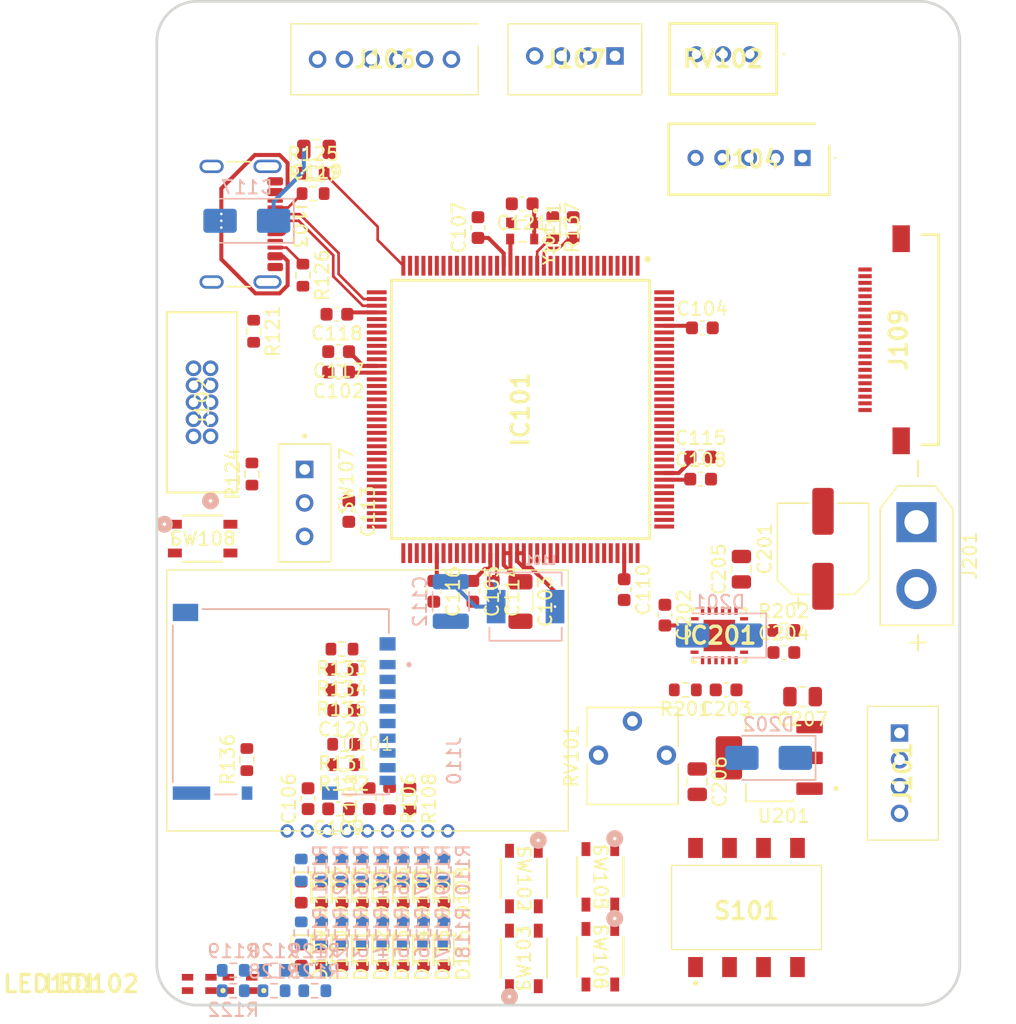
<source format=kicad_pcb>
(kicad_pcb (version 20221018) (generator pcbnew)
  (layers (0 "F.Cu" signal) (1 "In1.Cu" signal) (2 "In2.Cu" signal) (31 "B.Cu" signal) (34 "B.Paste" user) (35 "F.Paste" user) (36 "B.SilkS" user "B.Silkscreen") (37 "F.SilkS" user "F.Silkscreen") (38 "B.Mask" user) (39 "F.Mask" user) (44 "Edge.Cuts" user))
  (net 0 "")
  (net 1 "+3.3V")
  (net 2 "GND")
  (net 3 "/VCL_1")
  (net 4 "Net-(U101-VOUT)")
  (net 5 "Net-(U101-CAP1P)")
  (net 6 "Net-(U101-CAP1N)")
  (net 7 "+5V")
  (net 8 "+12V")
  (net 9 "Net-(IC201-BST)")
  (net 10 "Net-(IC201-SS)")
  (net 11 "Net-(IC201-VCC)")
  (net 12 "Net-(D101-K)")
  (net 13 "Net-(D102-K)")
  (net 14 "Net-(D103-K)")
  (net 15 "Net-(D104-K)")
  (net 16 "Net-(D105-K)")
  (net 17 "Net-(D106-K)")
  (net 18 "Net-(D107-K)")
  (net 19 "Net-(D108-K)")
  (net 20 "Net-(D109-K)")
  (net 21 "Net-(D110-K)")
  (net 22 "Net-(D111-K)")
  (net 23 "Net-(D112-K)")
  (net 24 "Net-(D113-K)")
  (net 25 "Net-(D114-K)")
  (net 26 "Net-(D115-K)")
  (net 27 "Net-(D116-K)")
  (net 28 "Net-(D117-A)")
  (net 29 "/P400_SCL")
  (net 30 "/P401_SDA")
  (net 31 "/P402_DIP1_1")
  (net 32 "/P403_DIP1_2")
  (net 33 "/P404_DIP1_4")
  (net 34 "/P405_DIP1_8")
  (net 36 "/P700_FLED1_R")
  (net 37 "/P701_FLED1_G")
  (net 38 "/P702_FLED1_B")
  (net 39 "/P703_FLED2_R")
  (net 40 "/P704_FLED2_G")
  (net 41 "/P705_FLED2_B")
  (net 42 "Net-(IC101-XCIN)")
  (net 45 "/EXTAL")
  (net 46 "/P713_LED0")
  (net 47 "/P712_LED1")
  (net 48 "/P711_LED2")
  (net 49 "/P710_LED3")
  (net 50 "/P709_LED4")
  (net 51 "/P708_LED5")
  (net 52 "/P415_ENC_B")
  (net 53 "/P414_ENC_A")
  (net 54 "/P413_LED6")
  (net 55 "/P412_LED7")
  (net 56 "/P411_LED8")
  (net 57 "/P410_LED9")
  (net 58 "/P409_LED10")
  (net 59 "/P408_LED11")
  (net 60 "/P407_USB_VBUS")
  (net 61 "/P815_USB_DM")
  (net 62 "/P814_USB_DP")
  (net 63 "/P206_LED12")
  (net 64 "/P205_LED13")
  (net 65 "/P204_LED14")
  (net 66 "/P203_LED15")
  (net 69 "/P211_JTAG_TCK")
  (net 70 "/P210_JTAG_TMS")
  (net 71 "/P209_JTAG_TDO")
  (net 72 "/P208_JTAG_TDI")
  (net 73 "/RESET")
  (net 74 "/MD")
  (net 81 "/P308_SD_CLK")
  (net 82 "/P307_SD_CMD")
  (net 83 "/P306_SD_CD")
  (net 85 "/P304_SD_DAT0")
  (net 86 "/P303_SD_DAT1")
  (net 87 "/P302_SD_DAT2")
  (net 88 "/P301_SD_DAT3")
  (net 89 "/P300_RR_PHASE")
  (net 90 "/P112_ST_PWM")
  (net 91 "/P113_SPI0_CS1")
  (net 92 "/P114_SPI0_CS0")
  (net 93 "/P115_SPI0_MOSI")
  (net 94 "/P609_SPI0_MISO")
  (net 95 "/P610_SPI0_SCK")
  (net 96 "/P611_RL_PHASE")
  (net 97 "/P612_FR_PHASE")
  (net 98 "/P613_FL_PHASE")
  (net 99 "/P614_ST_PHASE")
  (net 100 "/VLO")
  (net 104 "/P602_RR_SR")
  (net 105 "/P601_RL_SR")
  (net 106 "/P600_FR_SR")
  (net 107 "/P107_FL_SR")
  (net 108 "/P106_ST_SR")
  (net 109 "/P105_RR_PWM")
  (net 110 "/P104_RL_PWM")
  (net 111 "/P103_FR_PWM")
  (net 112 "/P102_FL_PWM")
  (net 116 "/P801_TSW_SELECT2")
  (net 117 "/P802_TSW_SELECT1")
  (net 118 "/P803_TSW_RIGHT")
  (net 119 "/P804_TSW_LEFT")
  (net 120 "/P808_TSW_DOWN")
  (net 121 "/P809_TSW_UP")
  (net 124 "Net-(IC101-AVSS0)")
  (net 125 "Net-(IC101-AVCC0)")
  (net 132 "/P004_TSL_OUT")
  (net 133 "/P003_RR_CS")
  (net 134 "/P002_RL_CS")
  (net 135 "/P001_FR_CS")
  (net 136 "/P000_FL_CS")
  (net 137 "/P806_ST_CS")
  (net 138 "/P805_VR_ST")
  (net 139 "/P513_VR_PIN1")
  (net 140 "/P512_TSL_CLK")
  (net 141 "/P511_TSL_SI")
  (net 142 "Net-(IC201-RT)")
  (net 144 "Net-(IC201-~{RESET})")
  (net 145 "Net-(J103-CC1)")
  (net 147 "Net-(J103-CC2)")
  (net 151 "Net-(LED101-CATHODE_RED)")
  (net 152 "Net-(LED101-CATHODE_GREEN)")
  (net 153 "Net-(LED101-CATHODE_BLUE)")
  (net 154 "Net-(LED102-CATHODE_RED)")
  (net 155 "Net-(LED102-CATHODE_GREEN)")
  (net 156 "Net-(LED102-CATHODE_BLUE)")
  (footprint "Connector_USB:USB_C_Receptacle_GCT_USB4105-xx-A_16P_TopMnt_Horizontal" (layer "F.Cu") (at 113.375 70.993 -90)
    (fp_text reference "J103")
    (fp_text value "USB_C_Receptacle")
  )
  (footprint "00_myFoot_7.0Lib:SKRPADE010_AAL" (layer "F.Cu") (at 111.633 94.488)
    (fp_text reference "SW108")
    (fp_text value "SKRPADE010")
  )
  (footprint "LED_SMD:LED_0603_1608Metric" (layer "F.Cu") (at 120.523 125.603 -90)
    (fp_text reference "D110")
    (fp_text value "LED")
  )
  (footprint "LED_SMD:LED_0603_1608Metric" (layer "F.Cu") (at 126.619 120.904 -90)
    (fp_text reference "D106")
    (fp_text value "LED")
  )
  (footprint "00_myFoot_7.0Lib:SKRPADE010_AAL" (layer "F.Cu") (at 141.351 119.761 -90)
    (fp_text reference "SW105")
    (fp_text value "SKRPADE010")
  )
  (footprint "00_myFoot_7.0Lib:B03BPASKLFSN" (layer "F.Cu") (at 152.527 58.293)
    (fp_text reference "RV102")
    (fp_text value "R_Potentiometer" hide)
  )
  (footprint "LED_SMD:LED_0603_1608Metric" (layer "F.Cu") (at 122.047 120.904 -90)
    (fp_text reference "D103")
    (fp_text value "LED")
  )
  (footprint "Resistor_SMD:R_0603_1608Metric" (layer "F.Cu") (at 119.126 74.803 -90)
    (fp_text reference "R126")
    (fp_text value "5.1k")
  )
  (footprint "Resistor_SMD:R_0603_1608Metric" (layer "F.Cu") (at 137.795 71.247 -90)
    (fp_text reference "R137")
    (fp_text value "10k")
  )
  (footprint "00_myFoot_7.0Lib:B04BPASKLFSN" (layer "F.Cu") (at 142.446 58.424)
    (fp_text reference "J107")
    (fp_text value "Conn_01x04_Pin" hide)
  )
  (footprint "00_myFoot_7.0Lib:5051102296" (layer "F.Cu") (at 163.83 79.629 90)
    (fp_text reference "J109")
    (fp_text value "5051102296" hide)
  )
  (footprint "Resistor_SMD:R_0603_1608Metric" (layer "F.Cu") (at 115.443 78.994 -90)
    (fp_text reference "R121")
    (fp_text value "10k")
  )
  (footprint "00_myFoot_7.0Lib:B04BPASKLFSN" (layer "F.Cu") (at 163.707 109.014 90)
    (fp_text reference "J101")
    (fp_text value "Conn_01x04_Pin" hide)
  )
  (footprint "Capacitor_SMD:C_0603_1608Metric" (layer "F.Cu") (at 135.509 69.469 180)
    (fp_text reference "C121")
    (fp_text value "0.1u")
  )
  (footprint "00_myFoot_7.0Lib:MAXM17634AMGT" (layer "F.Cu") (at 150.241 101.727)
    (fp_text reference "IC201")
    (fp_text value "MAXM17634AMG+T" hide)
  )
  (footprint "LED_SMD:LED_0603_1608Metric" (layer "F.Cu") (at 129.667 120.904 -90)
    (fp_text reference "D108")
    (fp_text value "LED")
  )
  (footprint "00_myFoot_7.0Lib:QFP50P2200X2200X170-144N" (layer "F.Cu") (at 135.382 84.836 -90)
    (fp_text reference "IC101")
    (fp_text value "R7FA8M1AHECFB#AA0" hide)
  )
  (footprint "Capacitor_SMD:C_0603_1608Metric" (layer "F.Cu") (at 122.555 92.456 -90)
    (fp_text reference "C113")
    (fp_text value "0.1u")
  )
  (footprint "Resistor_SMD:R_0603_1608Metric" (layer "F.Cu") (at 119.888 68.707)
    (fp_text reference "R127")
    (fp_text value "5.1k")
  )
  (footprint "LED_SMD:LED_0603_1608Metric" (layer "F.Cu") (at 122.047 125.603 -90)
    (fp_text reference "D111")
    (fp_text value "LED")
  )
  (footprint "Resistor_SMD:R_0603_1608Metric" (layer "F.Cu") (at 122.174 111.379 180)
    (fp_text reference "R132")
    (fp_text value "10k")
  )
  (footprint "00_myFoot_7.0Lib:SOT230P700X180-4N" (layer "F.Cu") (at 153.9695 110.871 180)
    (fp_text reference "U201")
    (fp_text value "LDL1117S33R")
  )
  (footprint "Capacitor_SMD:C_0603_1608Metric" (layer "F.Cu") (at 121.793 80.518 180)
    (fp_text reference "C117")
    (fp_text value "0.1u")
  )
  (footprint "motorDrive:MountingHole_3.2mm_M3" (layer "F.Cu") (at 162.941 61.341)
    (fp_text reference "REF**" hide)
    (fp_text value "MountingHole_3.2mm_M3")
  )
  (footprint "Capacitor_SMD:C_0603_1608Metric" (layer "F.Cu") (at 119.507 113.919 90)
    (fp_text reference "C106")
    (fp_text value "0.1u")
  )
  (footprint "Resistor_SMD:R_0603_1608Metric" (layer "F.Cu") (at 127.127 113.919 -90)
    (fp_text reference "R108")
    (fp_text value "10k")
  )
  (footprint "Capacitor_SMD:C_0603_1608Metric" (layer "F.Cu") (at 150.749 105.791 180)
    (fp_text reference "C203")
    (fp_text value "5600p")
  )
  (footprint "Resistor_SMD:R_0603_1608Metric" (layer "F.Cu") (at 122.174 109.855 180)
    (fp_text reference "R131")
    (fp_text value "10k")
  )
  (footprint "Resistor_SMD:R_0603_1608Metric" (layer "F.Cu") (at 155.067 101.346)
    (fp_text reference "R202")
    (fp_text value "100k")
  )
  (footprint "Resistor_SMD:R_0603_1608Metric" (layer "F.Cu") (at 114.935 110.998 90)
    (fp_text reference "R136")
    (fp_text value "10k")
  )
  (footprint "Capacitor_SMD:C_0603_1608Metric" (layer "F.Cu") (at 131.826 98.425 -90)
    (fp_text reference "C105")
    (fp_text value "0.1u")
  )
  (footprint "LED_SMD:LED_0603_1608Metric" (layer "F.Cu") (at 128.143 120.904 -90)
    (fp_text reference "D107")
    (fp_text value "LED")
  )
  (footprint "Resistor_SMD:R_0603_1608Metric" (layer "F.Cu") (at 122.047 102.743 180)
    (fp_text reference "R133")
    (fp_text value "10k")
  )
  (footprint "Capacitor_SMD:C_0603_1608Metric" (layer "F.Cu") (at 121.793 82.042 180)
    (fp_text reference "C102")
    (fp_text value "0.22u")
  )
  (footprint "LED_SMD:LED_0603_1608Metric" (layer "F.Cu") (at 125.095 120.904 -90)
    (fp_text reference "D105")
    (fp_text value "LED")
  )
  (footprint "Capacitor_SMD:C_0603_1608Metric" (layer "F.Cu") (at 132.207 71.247 90)
    (fp_text reference "C107")
    (fp_text value "0.1u")
  )
  (footprint "LED_SMD:LED_0603_1608Metric" (layer "F.Cu") (at 126.619 125.603 -90)
    (fp_text reference "D114")
    (fp_text value "LED")
  )
  (footprint "Capacitor_SMD:C_1206_3216Metric" (layer "F.Cu") (at 135.382 99.187 -90)
    (fp_text reference "C103")
    (fp_text value "22u")
  )
  (footprint "Capacitor_SMD:C_0603_1608Metric" (layer "F.Cu") (at 121.793 114.681 180)
    (fp_text reference "C109")
    (fp_text value "0.1u")
  )
  (footprint "Capacitor_SMD:C_0603_1608Metric" (layer "F.Cu") (at 143.129 98.298 -90)
    (fp_text reference "C110")
    (fp_text value "0.1u")
  )
  (footprint "Resistor_SMD:R_0603_1608Metric" (layer "F.Cu") (at 125.603 113.919 -90)
    (fp_text reference "R106")
    (fp_text value "10k")
  )
  (footprint "LED_SMD:LED_0603_1608Metric" (layer "F.Cu") (at 125.095 125.603 -90)
    (fp_text reference "D113")
    (fp_text value "LED")
  )
  (footprint "Capacitor_SMD:C_0603_1608Metric" (layer "F.Cu") (at 133.35 98.425 -90)
    (fp_text reference "C114")
    (fp_text value "0.22u")
  )
  (footprint "LED_SMD:LED_0603_1608Metric" (layer "F.Cu") (at 123.571 120.904 -90)
    (fp_text reference "D104")
    (fp_text value "LED")
  )
  (footprint "00_myFoot_7.0Lib:SKRPADE010_AAL" (layer "F.Cu") (at 135.636 125.857 90)
    (fp_text reference "SW103")
    (fp_text value "SKRPADE010")
  )
  (footprint "LED_SMD:LED_0603_1608Metric" (layer "F.Cu") (at 129.667 125.603 -90)
    (fp_text reference "D116")
    (fp_text value "LED")
  )
  (footprint "motorDrive:MountingHole_3.2mm_M3" (layer "F.Cu") (at 162.941 122.301)
    (fp_text reference "REF**" hide)
    (fp_text value "MountingHole_3.2mm_M3" hide)
  )
  (footprint "00_myFoot_7.0Lib:SW_SLW-883935-2A-D" (layer "F.Cu") (at 119.253 91.821 -90)
    (fp_text reference "SW107")
    (fp_text value "SW_Nidec_CAS-120A1")
  )
  (footprint "Capacitor_SMD:C_0603_1608Metric" (layer "F.Cu") (at 148.844 90.043)
    (fp_text reference "C108")
    (fp_text value "0.22u")
  )
  (footprint "Capacitor_SMD:C_0603_1608Metric" (layer "F.Cu") (at 124.079 113.919 90)
    (fp_text reference "C101")
    (fp_text value "0.1u")
  )
  (footprint "LED_SMD:LED_0603_1608Metric" (layer "F.Cu") (at 128.143 125.603 -90)
    (fp_text reference "D115")
    (fp_text value "LED")
  )
  (footprint "Capacitor_SMD:C_0603_1608Metric" (layer "F.Cu") (at 148.971 78.74)
    (fp_text reference "C104")
    (fp_text value "0.1u")
  )
  (footprint "LED_SMD:LED_0603_1608Metric" (layer "F.Cu") (at 123.571 125.603 -90)
    (fp_text reference "D112")
    (fp_text value "LED")
  )
  (footprint "motorDrive:MountingHole_3.2mm_M3" (layer "F.Cu") (at 113.411 122.301)
    (fp_text reference "REF**" hide)
    (fp_text value "MountingHole_3.2mm_M3")
  )
  (footprint "00_myFoot_7.0Lib:SKRPADE010_AAL" (layer "F.Cu") (at 141.351 125.73 -90)
    (fp_text reference "SW106")
    (fp_text value "SKRPADE010")
  )
  (footprint "Capacitor_SMD:C_0603_1608Metric" (layer "F.Cu") (at 128.905 98.425 -90)
    (fp_text reference "C116")
    (fp_text value "0.1u")
  )
  (footprint "Resistor_SMD:R_0603_1608Metric" (layer "F.Cu") (at 115.316 89.662 90)
    (fp_text reference "R124")
    (fp_text value "10k")
  )
  (footprint "Capacitor_SMD:C_0603_1608Metric" (layer "F.Cu") (at 122.174 107.315 180)
    (fp_text reference "C120")
    (fp_text value "0.1u")
  )
  (footprint "00_myFoot_7.0Lib:OSC_KC2016Z20.0000C1KX00-4" (layer "F.Cu") (at 135.509 71.501 -90)
    (fp_text reference "Y101")
    (fp_text value "KC2016Z20.0000C1KX00")
  )
  (footprint "00_myFoot_7.0Lib:APTF1616SEEZGQBDC" (layer "F.Cu") (at 114.427 127.762)
    (fp_text reference "LED102")
    (fp_text value "APTF1616LSEEZGKQBKC" hide)
  )
  (footprint "Resistor_SMD:R_0603_1608Metric" (layer "F.Cu") (at 147.701 105.791 180)
    (fp_text reference "R201")
    (fp_text value "19.1k")
  )
  (footprint "Capacitor_SMD:C_0603_1608Metric" (layer "F.Cu") (at 139.319 71.247 90)
    (fp_text reference "C111")
    (fp_text value "0.22u")
  )
  (footprint "00_myFoot_7.0Lib:SKRPADE010_AAL" (layer "F.Cu") (at 135.636 119.888 -90)
    (fp_text reference "SW102")
    (fp_text value "SKRPADE010")
  )
  (footprint "LED_SMD:LED_0603_1608Metric" (layer "F.Cu") (at 118.999 125.603 -90)
    (fp_text reference "D109")
    (fp_text value "LED")
  )
  (footprint "00_myFoot_7.0Lib:B06BPASK1LFSN" (layer "F.Cu") (at 125.222 58.674)
    (fp_text reference "J106")
    (fp_text value "Conn_01x06_Pin" hide)
  )
  (footprint "Capacitor_SMD:C_0805_2012Metric" (layer "F.Cu") (at 151.892 96.774 90)
    (fp_text reference "C205")
    (fp_text value "4.7u")
  )
  (footprint "motorDrive:MountingHole_3.2mm_M3" (layer "F.Cu") (at 113.411 61.341)
    (fp_text reference "REF**" hide)
    (fp_text value "MountingHole_3.2mm_M3")
  )
  (footprint "Capacitor_SMD:C_0603_1608Metric" (layer "F.Cu") (at 146.177 100.203 -90)
    (fp_text reference "C202")
    (fp_text value "0.1u")
  )
  (footprint "Capacitor_SMD:C_0603_1608Metric" (layer "F.Cu") (at 148.844 88.392)
    (fp_text reference "C115")
    (fp_text value "0.1u")
  )
  (footprint "Resistor_SMD:R_0603_1608Metric" (layer "F.Cu") (at 122.047 105.791 180)
    (fp_text reference "R135")
    (fp_text value "10k")
  )
  (footprint "Connector_AMASS:AMASS_XT30UPB-M_1x02_P5.0mm_Vertical" (layer "F.Cu") (at 164.973 93.258 -90)
    (fp_text reference "J201")
    (fp_text value "Conn_01x02_Pin")
  )
  (footprint "Capacitor_SMD:C_0603_1608Metric" (layer "F.Cu") (at 121.666 77.724 180)
    (fp_text reference "C118")
    (fp_text value "0.1u")
  )
  (footprint "Capacitor_SMD:C_0603_1608Metric" (layer "F.Cu") (at 155.067 102.997)
    (fp_text reference "C204")
    (fp_text value "2.2u")
  )
  (footprint "Capacitor_SMD:C_0805_2012Metric" (layer "F.Cu") (at 156.464 106.299 180)
    (fp_text reference "C207")
    (fp_text value "1u")
  )
  (footprint "Resistor_SMD:R_0603_1608Metric" (layer "F.Cu") (at 122.047 104.267 180)
    (fp_text reference "R134")
    (fp_text value "10k")
  )
  (footprint "Capacitor_SMD:C_0805_2012Metric" (layer "F.Cu") (at 120.142 65.405 180)
    (fp_text reference "C119")
    (fp_text value "4.7u")
  )
  (footprint "00_myFoot_7.0Lib:APTF1616SEEZGQBDC" (layer "F.Cu") (at 111.379 127.762)
    (fp_text reference "LED101")
    (fp_text value "APTF1616LSEEZGKQBKC" hide)
  )
  (footprint "00_myFoot_7.0Lib:B05BPASK1" (layer "F.Cu") (at 156.464 66.04)
    (fp_text reference "J104")
    (fp_text value "Conn_01x05_Pin" hide)
  )
  (footprint "00_myFoot_7.0Lib:AQM0802A-RN-GBW" (layer "F.Cu") (at 123.952 116.332)
    (fp_text reference "U101")
    (fp_text value "~")
  )
  (footprint "Capacitor_SMD:C_0805_2012Metric" (layer "F.Cu") (at 148.59 112.649 -90)
    (fp_text reference "C206")
    (fp_text value "4.7u")
  )
  (footprint "00_myFoot_7.0Lib:KAE04LGGR" (layer "F.Cu") (at 152.273 122.051)
    (fp_text reference "S101")
    (fp_text value "KAE04LGGR" hide)
  )
  (footprint "LED_SMD:LED_0603_1608Metric" (layer "F.Cu") (at 120.523 120.904 -90)
    (fp_text reference "D102")
    (fp_text value "LED")
  )
  (footprint "Capacitor_SMD:CP_Elec_6.3x5.9" (layer "F.Cu") (at 157.988 95.25 90)
    (fp_text reference "C201")
    (fp_text value "100u")
  )
  (footprint "LED_SMD:LED_0603_1608Metric" (layer "F.Cu") (at 118.999 120.904 -90)
    (fp_text reference "D101")
    (fp_text value "LED")
  )
  (footprint "00_myFoot_7.0Lib:CONN_3220-10-0100-00_CNC" (layer "F.Cu") (at 112.22355 86.8426 90)
    (fp_text reference "J102")
    (fp_text value "Conn_01x10_Pin")
  )
  (footprint "Potentiometer_THT:Potentiometer_Vishay_T73YP_Vertical" (layer "F.Cu") (at 146.289 110.669 90)
    (fp_text reference "RV101")
    (fp_text value "R_Potentiometer")
  )
  (footprint "Resistor_SMD:R_0603_1608Metric" (layer "F.Cu") (at 119.888 67.183)
    (fp_text reference "R125")
    (fp_text value "2.2k")
  )
  (footprint "Resistor_SMD:R_0603_1608Metric" (layer "B.Cu") (at 118.999 123.952 90)
    (fp_text reference "R111")
    (fp_text value "330")
  )
  (footprint "Resistor_SMD:R_0603_1608Metric" (layer "B.Cu") (at 120.523 119.253 90)
    (fp_text reference "R102")
    (fp_text value "330")
  )
  (footprint "Resistor_SMD:R_0603_1608Metric" (layer "B.Cu") (at 128.143 123.952 90)
    (fp_text reference "R117")
    (fp_text value "330")
  )
  (footprint "Resistor_SMD:R_0603_1608Metric" (layer "B.Cu") (at 113.919 126.746 180)
    (fp_text reference "R119")
    (fp_text value "150")
  )
  (footprint "Resistor_SMD:R_0603_1608Metric" (layer "B.Cu") (at 123.571 123.952 90)
    (fp_text reference "R114")
    (fp_text value "330")
  )
  (footprint "Resistor_SMD:R_0603_1608Metric" (layer "B.Cu") (at 125.095 119.253 90)
    (fp_text reference "R105")
    (fp_text value "330")
  )
  (footprint "Resistor_SMD:R_0603_1608Metric" (layer "B.Cu") (at 129.667 123.952 90)
    (fp_text reference "R118")
    (fp_text value "330")
  )
  (footprint "Resistor_SMD:R_0603_1608Metric" (layer "B.Cu") (at 123.571 119.253 90)
    (fp_text reference "R104")
    (fp_text value "330")
  )
  (footprint "Diode_SMD:D_SMA" (layer "B.Cu") (at 150.241 101.727 180)
    (fp_text reference "D201")
    (fp_text value "D")
  )
  (footprint "00_myFoot_7.0Lib:IND_SPM5020T-4R7M-LR" (layer "B.Cu") (at 135.763 99.568 180)
    (fp_text reference "L101")
    (fp_text value "2.2u")
  )
  (footprint "Resistor_SMD:R_0603_1608Metric" (layer "B.Cu") (at 129.667 119.253 90)
    (fp_text reference "R110")
    (fp_text value "330")
  )
  (footprint "Capacitor_SMD:C_1210_3225Metric" (layer "B.Cu") (at 130.175 99.187 -90)
    (fp_text reference "C112")
    (fp_text value "47u")
  )
  (footprint "Diode_SMD:D_SMA" (layer "B.Cu") (at 153.924 110.871 180)
    (fp_text reference "D202")
    (fp_text value "D")
  )
  (footprint "00_myFoot_7.0Lib:HRS_DM3AT-SF-PEJM5" (layer "B.Cu") (at 117.475 106.68 90)
    (fp_text reference "J110")
    (fp_text value "DM3AT-SF-PEJM5")
  )
  (footprint "Diode_SMD:D_SMA" (layer "B.Cu") (at 114.935 70.739 180)
    (fp_text reference "D117")
    (fp_text value "D")
  )
  (footprint "Resistor_SMD:R_0603_1608Metric" (layer "B.Cu") (at 120.015 126.746 180)
    (fp_text reference "R129")
    (fp_text value "150")
  )
  (footprint "Resistor_SMD:R_0603_1608Metric" (layer "B.Cu") (at 126.619 119.253 90)
    (fp_text reference "R107")
    (fp_text value "330")
  )
  (footprint "Resistor_SMD:R_0603_1608Metric" (layer "B.Cu") (at 116.967 128.27 180)
    (fp_text reference "R128")
    (fp_text value "150")
  )
  (footprint "Resistor_SMD:R_0603_1608Metric" (layer "B.Cu") (at 122.047 119.253 90)
    (fp_text reference "R103")
    (fp_text value "330")
  )
  (footprint "Resistor_SMD:R_0603_1608Metric" (layer "B.Cu") (at 118.999 119.253 90)
    (fp_text reference "R101")
    (fp_text value "330")
  )
  (footprint "Resistor_SMD:R_0603_1608Metric" (layer "B.Cu") (at 122.047 123.952 90)
    (fp_text reference "R113")
    (fp_text value "330")
  )
  (footprint "Resistor_SMD:R_0603_1608Metric" (layer "B.Cu") (at 113.919 128.27)
    (fp_text reference "R122")
    (fp_text value "330")
  )
  (footprint "Resistor_SMD:R_0603_1608Metric" (layer "B.Cu") (at 126.619 123.952 90)
    (fp_text reference "R116")
    (fp_text value "330")
  )
  (footprint "Resistor_SMD:R_0603_1608Metric" (layer "B.Cu") (at 116.967 126.746 180)
    (fp_text reference "R120")
    (fp_text value "150")
  )
  (footprint "Resistor_SMD:R_0603_1608Metric" (layer "B.Cu") (at 120.523 123.952 90)
    (fp_text reference "R112")
    (fp_text value "330")
  )
  (footprint "Resistor_SMD:R_0603_1608Metric" (layer "B.Cu") (at 128.143 119.253 90)
    (fp_text reference "R109")
    (fp_text value "330")
  )
  (footprint "Resistor_SMD:R_0603_1608Metric" (layer "B.Cu") (at 125.095 123.952 90)
    (fp_text reference "R115")
    (fp_text value "330")
  )
  (footprint "Resistor_SMD:R_0603_1608Metric" (layer "B.Cu") (at 120.015 128.27 180)
    (fp_text reference "R123")
    (fp_text value "330")
  )
  (gr_circle locked (center 108.21232 129.34232) (end 108.22232 129.34232) (stroke (width 0.0001)) (fill solid) (layer "Edge.Cuts"))
  (gr_circle locked (center 168.21232 129.34232) (end 168.22232 129.34232) (stroke (width 0.0001)) (fill solid) (layer "Edge.Cuts"))
  (gr_line locked (start 168.21232 126.34232) (end 168.21232 57.34232) (stroke (width 0.2)) (layer "Edge.Cuts"))
  (gr_line locked (start 111.21232 129.34232) (end 165.21232 129.34232) (stroke (width 0.2)) (layer "Edge.Cuts"))
  (gr_arc locked (start 168.21232 126.34232) (mid 167.333634 128.463634) (end 165.21232 129.34232) (stroke (width 0.2)) (layer "Edge.Cuts"))
  (gr_circle locked (center 108.21232 54.34232) (end 108.22232 54.34232) (stroke (width 0.0001)) (fill solid) (layer "Edge.Cuts"))
  (gr_arc locked (start 111.21232 129.34232) (mid 109.090986 128.463654) (end 108.21232 126.34232) (stroke (width 0.2)) (layer "Edge.Cuts"))
  (gr_circle locked (center 108.21232 129.34232) (end 108.22232 129.34232) (stroke (width 0.0001)) (fill solid) (layer "Edge.Cuts"))
  (gr_arc locked (start 165.21232 54.34232) (mid 167.333656 55.221002) (end 168.21232 57.34232) (stroke (width 0.2)) (layer "Edge.Cuts"))
  (gr_arc locked (start 108.21232 57.34232) (mid 109.090994 55.220994) (end 111.21232 54.34232) (stroke (width 0.2)) (layer "Edge.Cuts"))
  (gr_line locked (start 165.21232 54.34232) (end 111.21232 54.34232) (stroke (width 0.2)) (layer "Edge.Cuts"))
  (gr_line locked (start 108.21232 57.34232) (end 108.21232 126.34232) (stroke (width 0.2)) (layer "Edge.Cuts"))
  (segment (start 122.568 80.518) (end 123.636 81.586) (width 0.3) (layer "F.Cu") (net 1))
  (segment (start 135.382 97.712) (end 134.632 96.962) (width 0.3) (layer "F.Cu") (net 1))
  (segment (start 134.632 96.962) (end 134.632 95.574) (width 0.3) (layer "F.Cu") (net 1))
  (segment (start 129.132 97.423) (end 128.905 97.65) (width 0.3) (layer "F.Cu") (net 1))
  (segment (start 134.132 73.172) (end 134.132 74.098) (width 0.3) (layer "F.Cu") (net 1))
  (segment (start 148.042 78.586) (end 148.196 78.74) (width 0.3) (layer "F.Cu") (net 1))
  (segment (start 148.069 88.7245) (end 147.2075 89.586) (width 0.3) (layer "F.Cu") (net 1))
  (segment (start 132.982 72.022) (end 134.132 73.172) (width 0.3) (layer "F.Cu") (net 1))
  (segment (start 135.382 97.712) (end 134.132 96.462) (width 0.3) (layer "F.Cu") (net 1))
  (segment (start 132.9949 96.7486) (end 132.7274 96.7486) (width 0.3) (layer "F.Cu") (net 1))
  (segment (start 129.132 95.574) (end 129.132 97.423) (width 0.3) (layer "F.Cu") (net 1))
  (segment (start 128.905 97.65) (end 131.826 97.65) (width 0.3) (layer "F.Cu") (net 1))
  (segment (start 148.069 88.392) (end 148.069 88.7245) (width 0.3) (layer "F.Cu") (net 1))
  (segment (start 133.132 96.6115) (end 132.9949 96.7486) (width 0.3) (layer "F.Cu") (net 1))
  (segment (start 134.132 96.462) (end 134.132 95.574) (width 0.3) (layer "F.Cu") (net 1))
  (segment (start 132.207 72.022) (end 132.982 72.022) (width 0.3) (layer "F.Cu") (net 1))
  (segment (start 143.132 97.52) (end 143.129 97.523) (width 0.3) (layer "F.Cu") (net 1))
  (segment (start 134.632 95.574) (end 134.132 95.574) (width 0.3) (layer "F.Cu") (net 1))
  (segment (start 122.579 77.586) (end 124.644 77.586) (width 0.3) (layer "F.Cu") (net 1))
  (segment (start 133.132 95.574) (end 133.132 96.6115) (width 0.3) (layer "F.Cu") (net 1))
  (segment (start 136.409 69.594) (end 136.284 69.469) (width 0.3) (layer "F.Cu") (net 1))
  (segment (start 136.409 72.101) (end 136.409 69.594) (width 0.3) (layer "F.Cu") (net 1))
  (segment (start 122.441 77.724) (end 122.579 77.586) (width 0.3) (layer "F.Cu") (net 1))
  (segment (start 146.12 78.586) (end 148.042 78.586) (width 0.3) (layer "F.Cu") (net 1))
  (segment (start 147.2075 89.586) (end 146.12 89.586) (width 0.3) (layer "F.Cu") (net 1))
  (segment (start 132.7274 96.7486) (end 131.826 97.65) (width 0.3) (layer "F.Cu") (net 1))
  (segment (start 123.636 81.586) (end 124.644 81.586) (width 0.3) (layer "F.Cu") (net 1))
  (segment (start 143.132 95.574) (end 143.132 97.52) (width 0.3) (layer "F.Cu") (net 1))
  (segment (start 138.282648 72.772) (end 137.4705 72.772) (width 0.2) (layer "F.Cu") (net 3))
  (segment (start 122.612 82.086) (end 124.644 82.086) (width 0.3) (layer "F.Cu") (net 3))
  (segment (start 146.12 90.086) (end 148.026 90.086) (width 0.3) (layer "F.Cu") (net 3))
  (segment (start 133.632 97.368) (end 133.632 95.574) (width 0.3) (layer "F.Cu") (net 3))
  (segment (start 139.032648 72.022) (end 138.282648 72.772) (width 0.2) (layer "F.Cu") (net 3))
  (segment (start 137.132 73.1105) (end 137.132 74.098) (width 0.2) (layer "F.Cu") (net 3))
  (segment (start 139.319 72.022) (end 139.032648 72.022) (width 0.2) (layer "F.Cu") (net 3))
  (segment (start 133.35 97.65) (end 133.632 97.368) (width 0.3) (layer "F.Cu") (net 3))
  (segment (start 137.4705 72.772) (end 137.132 73.1105) (width 0.2) (layer "F.Cu") (net 3))
  (segment (start 122.568 82.042) (end 122.612 82.086) (width 0.3) (layer "F.Cu") (net 3))
  (segment (start 148.026 90.086) (end 148.069 90.043) (width 0.3) (layer "F.Cu") (net 3))
  (via (at 133.35 97.65) (size 0.3) (drill 0.2) (layers "F.Cu" "B.Cu") (net 3))
  (segment (start 133.563 97.863) (end 133.35 97.65) (width 0.3) (layer "B.Cu") (net 3))
  (segment (start 132.031 99.568) (end 130.175 97.712) (width 0.3) (layer "B.Cu") (net 3))
  (segment (start 133.563 99.568) (end 132.031 99.568) (width 0.3) (layer "B.Cu") (net 3))
  (segment (start 133.563 99.568) (end 133.563 97.863) (width 0.3) (layer "B.Cu") (net 3))
  (via (at 119.192 65.405) (size 0.3) (drill 0.2) (layers "F.Cu" "B.Cu") (net 7))
  (via (at 119.063 67.183) (size 0.3) (drill 0.2) (layers "F.Cu" "B.Cu") (net 7))
  (segment (start 116.935 69.311) (end 119.063 67.183) (width 0.3) (layer "B.Cu") (net 7))
  (segment (start 119.192 67.054) (end 119.192 65.405) (width 0.3) (layer "B.Cu") (net 7))
  (segment (start 116.935 69.311) (end 119.192 67.054) (width 0.3) (layer "B.Cu") (net 7))
  (segment (start 116.935 70.739) (end 116.935 69.311) (width 0.3) (layer "B.Cu") (net 7))
  (segment (start 148.39 100.978) (end 148.391 100.977) (width 0.3) (layer "F.Cu") (net 9))
  (segment (start 146.177 100.978) (end 148.39 100.978) (width 0.3) (layer "F.Cu") (net 9))
  (segment (start 117.983 75.562082) (end 117.983 73.746001) (width 0.3) (layer "F.Cu") (net 28))
  (segment (start 117.98 68.242999) (end 117.98 66.418) (width 0.3) (layer "F.Cu") (net 28))
  (segment (start 117.983 73.746001) (end 117.629999 73.393) (width 0.3) (layer "F.Cu") (net 28))
  (segment (start 117.629999 68.593) (end 117.98 68.242999) (width 0.3) (layer "F.Cu") (net 28))
  (segment (start 115.577918 76.163) (end 117.382082 76.163) (width 0.3) (layer "F.Cu") (net 28))
  (segment (start 113.03 68.326) (end 113.03 70.231) (width 0.3) (layer "F.Cu") (net 28))
  (segment (start 115.533 65.823) (end 113.03 68.326) (width 0.3) (layer "F.Cu") (net 28))
  (segment (start 117.382082 76.163) (end 117.983 75.562082) (width 0.3) (layer "F.Cu") (net 28))
  (segment (start 117.055 68.593) (end 117.629999 68.593) (width 0.3) (layer "F.Cu") (net 28))
  (segment (start 113.03 70.231) (end 113.03 70.739) (width 0.3) (layer "F.Cu") (net 28))
  (segment (start 113.03 71.247) (end 113.03 73.615082) (width 0.3) (layer "F.Cu") (net 28))
  (segment (start 117.98 66.418) (end 117.385 65.823) (width 0.3) (layer "F.Cu") (net 28))
  (segment (start 113.03 70.739) (end 113.03 71.247) (width 0.3) (layer "F.Cu") (net 28))
  (segment (start 117.629999 73.393) (end 117.055 73.393) (width 0.3) (layer "F.Cu") (net 28))
  (segment (start 113.03 73.615082) (end 115.577918 76.163) (width 0.3) (layer "F.Cu") (net 28))
  (segment (start 117.385 65.823) (end 115.533 65.823) (width 0.3) (layer "F.Cu") (net 28))
  (via (at 113.03 70.739) (size 0.3) (drill 0.2) (layers "F.Cu" "B.Cu") (net 28))
  (via (at 113.03 71.247) (size 0.3) (drill 0.2) (layers "F.Cu" "B.Cu") (net 28))
  (via (at 113.03 70.231) (size 0.3) (drill 0.2) (layers "F.Cu" "B.Cu") (net 28))
  (segment (start 136.632 73.045) (end 136.632 74.098) (width 0.2) (layer "F.Cu") (net 42))
  (segment (start 137.605 72.072) (end 136.632 73.045) (width 0.2) (layer "F.Cu") (net 42))
  (segment (start 137.795 72.072) (end 137.605 72.072) (width 0.2) (layer "F.Cu") (net 42))
  (segment (start 134.609 72.101) (end 134.632 72.124) (width 0.3) (layer "F.Cu") (net 45))
  (segment (start 134.632 72.124) (end 134.632 74.098) (width 0.3) (layer "F.Cu") (net 45))
  (segment (start 124.713 71.183) (end 124.713 72.179) (width 0.2) (layer "F.Cu") (net 60))
  (segment (start 120.713 67.183) (end 124.713 71.183) (width 0.2) (layer "F.Cu") (net 60))
  (segment (start 124.713 72.179) (end 126.632 74.098) (width 0.2) (layer "F.Cu") (net 60))
  (segment (start 123.6565 76.586) (end 121.793 74.7225) (width 0.2) (layer "F.Cu") (net 61))
  (segment (start 116.44759 70.243) (end 117.055 70.243) (width 0.2) (layer "F.Cu") (net 61))
  (segment (start 117.055 71.243) (end 116.44759 71.243) (width 0.2) (layer "F.Cu") (net 61))
  (segment (start 118.884 70.243) (end 117.055 70.243) (width 0.2) (layer "F.Cu") (net 61))
  (segment (start 116.44759 71.243) (end 116.078 70.87341) (width 0.2) (layer "F.Cu") (net 61))
  (segment (start 116.078 70.61259) (end 116.44759 70.243) (width 0.2) (layer "F.Cu") (net 61))
  (segment (start 121.793 73.152) (end 118.884 70.243) (width 0.2) (layer "F.Cu") (net 61))
  (segment (start 124.644 76.586) (end 123.6565 76.586) (width 0.2) (layer "F.Cu") (net 61))
  (segment (start 121.793 74.7225) (end 121.793 73.152) (width 0.2) (layer "F.Cu") (net 61))
  (segment (start 116.078 70.87341) (end 116.078 70.61259) (width 0.2) (layer "F.Cu") (net 61))
  (segment (start 117.66241 70.743) (end 117.055 70.743) (width 0.2) (layer "F.Cu") (net 62))
  (segment (start 117.66241 71.743) (end 117.93 71.47541) (width 0.2) (layer "F.Cu") (net 62))
  (segment (start 117.93 71.47541) (end 117.93 71.01059) (width 0.2) (layer "F.Cu") (net 62))
  (segment (start 117.93 71.01059) (end 117.66241 70.743) (width 0.2) (layer "F.Cu") (net 62))
  (segment (start 118.818314 70.743) (end 121.393 73.317686) (width 0.2) (layer "F.Cu") (net 62))
  (segment (start 121.393 73.317686) (end 121.393 74.888186) (width 0.2) (layer "F.Cu") (net 62))
  (segment (start 117.055 71.743) (end 117.66241 71.743) (width 0.2) (layer "F.Cu") (net 62))
  (segment (start 117.055 70.743) (end 118.818314 70.743) (width 0.2) (layer "F.Cu") (net 62))
  (segment (start 121.393 74.888186) (end 123.590814 77.086) (width 0.2) (layer "F.Cu") (net 62))
  (segment (start 123.590814 77.086) (end 124.644 77.086) (width 0.2) (layer "F.Cu") (net 62))
  (segment (start 135.132 96.1615) (end 135.132 95.574) (width 0.3) (layer "F.Cu") (net 100))
  (segment (start 135.132 95.574) (end 135.632 95.574) (width 0.3) (layer "F.Cu") (net 100))
  (segment (start 135.632 95.574) (end 135.632 96.6615) (width 0.3) (layer "F.Cu") (net 100))
  (segment (start 135.632 96.6615) (end 136.161956 96.6615) (width 0.3) (layer "F.Cu") (net 100))
  (segment (start 136.161956 96.6615) (end 137.963 98.462544) (width 0.3) (layer "F.Cu") (net 100))
  (segment (start 135.632 96.6615) (end 135.132 96.1615) (width 0.3) (layer "F.Cu") (net 100))
  (segment (start 137.963 98.462544) (end 137.963 99.568) (width 0.3) (layer "F.Cu") (net 100))
  (via (at 137.963 99.568) (size 0.3) (drill 0.2) (layers "F.Cu" "B.Cu") (net 100))
  (segment (start 118.027 69.743) (end 117.055 69.743) (width 0.2) (layer "F.Cu") (net 145))
  (segment (start 119.063 68.707) (end 118.027 69.743) (width 0.2) (layer "F.Cu") (net 145))
  (segment (start 117.055 72.743) (end 117.891 72.743) (width 0.2) (layer "F.Cu") (net 147))
  (segment (start 117.891 72.743) (end 119.126 73.978) (width 0.2) (layer "F.Cu") (net 147))
)
</source>
